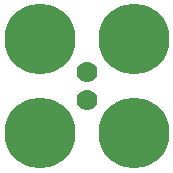
<source format=gtl>
%TF.GenerationSoftware,KiCad,Pcbnew,4.0.7-e2-6376~58~ubuntu16.04.1*%
%TF.CreationDate,2017-10-07T15:56:48-07:00*%
%TF.ProjectId,2x2-Tilt-Switch-SW-520D-TH,3278322D54696C742D5377697463682D,v1.1*%
%TF.FileFunction,Copper,L1,Top,Signal*%
%FSLAX46Y46*%
G04 Gerber Fmt 4.6, Leading zero omitted, Abs format (unit mm)*
G04 Created by KiCad (PCBNEW 4.0.7-e2-6376~58~ubuntu16.04.1) date Sat Oct  7 15:56:48 2017*
%MOMM*%
%LPD*%
G01*
G04 APERTURE LIST*
%ADD10C,0.350000*%
%ADD11C,1.778000*%
%ADD12C,6.000000*%
%ADD13C,0.350000*%
G04 APERTURE END LIST*
D10*
D11*
X20500000Y-33700000D03*
X20500000Y-31300000D03*
D12*
X16525000Y-36500000D03*
X16525000Y-28500000D03*
X24525000Y-28500000D03*
X24525000Y-36500000D03*
D13*
X20500000Y-33700000D03*
X20500000Y-31300000D03*
X16525000Y-36500000D03*
X16525000Y-28500000D03*
X24525000Y-28500000D03*
X24525000Y-36500000D03*
M02*

</source>
